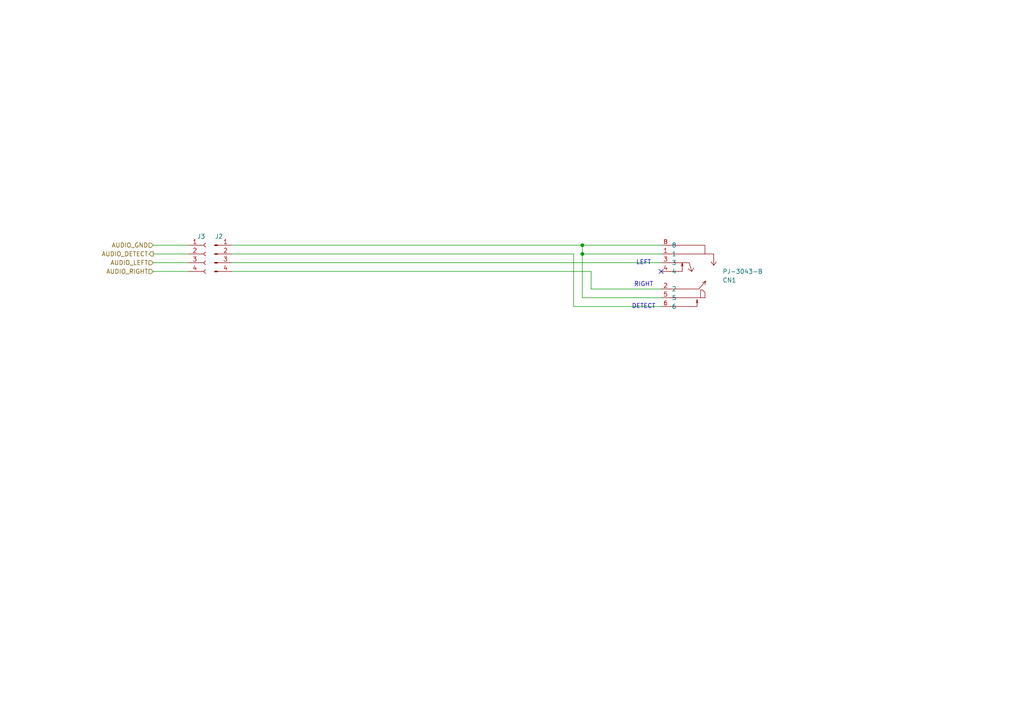
<source format=kicad_sch>
(kicad_sch (version 20231120) (generator "eeschema") (generator_version "8.0")
  (paper "A4")
  (lib_symbols
    (symbol "Connector:Conn_01x04_Pin" (pin_names (offset 1.016) hide)
      (property "Reference" "J" (at 0 5.08 0))
      (property "Value" "Conn_01x04_Pin" (at 0 -7.62 0))
      (symbol "Conn_01x04_Pin_1_1"
        (polyline (pts (xy 1.27 -5.08) (xy 0.8636 -5.08)) (stroke (width 0.1524)))
        (polyline (pts (xy 1.27 -2.54) (xy 0.8636 -2.54)) (stroke (width 0.1524)))
        (polyline (pts (xy 1.27 0) (xy 0.8636 0)) (stroke (width 0.1524)))
        (polyline (pts (xy 1.27 2.54) (xy 0.8636 2.54)) (stroke (width 0.1524)))
        (rectangle (start 0.8636 -4.953) (end 0 -5.207) (stroke (width 0.1524)) (fill (type outline)))
        (rectangle (start 0.8636 -2.413) (end 0 -2.667) (stroke (width 0.1524)) (fill (type outline)))
        (rectangle (start 0.8636 0.127) (end 0 -0.127) (stroke (width 0.1524)) (fill (type outline)))
        (rectangle (start 0.8636 2.667) (end 0 2.413) (stroke (width 0.1524)) (fill (type outline)))
        (pin passive line (at 5.08 2.54 180) (length 3.81) (name "Pin_1") (number "1"))
        (pin passive line (at 5.08 0 180) (length 3.81) (name "Pin_2") (number "2"))
        (pin passive line (at 5.08 -2.54 180) (length 3.81) (name "Pin_3") (number "3"))
        (pin passive line (at 5.08 -5.08 180) (length 3.81) (name "Pin_4") (number "4"))
      )
    )
    (symbol "Connector:Conn_01x04_Socket" (pin_names (offset 1.016) hide)
      (property "Reference" "J" (at 0 5.08 0))
      (property "Value" "Conn_01x04_Socket" (at 0 -7.62 0))
      (symbol "Conn_01x04_Socket_1_1"
        (arc (start 0 -4.572) (mid -0.5058 -5.08) (end 0 -5.588) (stroke (width 0.1524)))
        (arc (start 0 -2.032) (mid -0.5058 -2.54) (end 0 -3.048) (stroke (width 0.1524)))
        (polyline (pts (xy -1.27 -5.08) (xy -0.508 -5.08)) (stroke (width 0.1524)))
        (polyline (pts (xy -1.27 -2.54) (xy -0.508 -2.54)) (stroke (width 0.1524)))
        (polyline (pts (xy -1.27 0) (xy -0.508 0)) (stroke (width 0.1524)))
        (polyline (pts (xy -1.27 2.54) (xy -0.508 2.54)) (stroke (width 0.1524)))
        (arc (start 0 0.508) (mid -0.5058 0) (end 0 -0.508) (stroke (width 0.1524)))
        (arc (start 0 3.048) (mid -0.5058 2.54) (end 0 2.032) (stroke (width 0.1524)))
        (pin passive line (at -5.08 2.54 0) (length 3.81) (name "Pin_1") (number "1"))
        (pin passive line (at -5.08 0 0) (length 3.81) (name "Pin_2") (number "2"))
        (pin passive line (at -5.08 -2.54 0) (length 3.81) (name "Pin_3") (number "3"))
        (pin passive line (at -5.08 -5.08 0) (length 3.81) (name "Pin_4") (number "4"))
      )
    )
    (symbol "easyeda2kicad:PJ-3043-B"
      (property "Reference" "CN" (at 0 15.24 0))
      (property "Value" "PJ-3043-B" (at 0 -12.7 0))
      (symbol "PJ-3043-B_0_1"
        (polyline (pts (xy -7.62 4.32) (xy -8.38 5.33)))
        (polyline (pts (xy -7.62 4.32) (xy -6.86 5.33)))
        (polyline (pts (xy -5.33 -0.25) (xy -4.32 -0.76)))
        (polyline (pts (xy -2.79 -5.59) (xy -2.54 -6.6)))
        (polyline (pts (xy -1.27 2.54) (xy -1.78 3.56)))
        (polyline (pts (xy 1.52 5.08) (xy 1.27 4.06)))
        (polyline (pts (xy 5.08 -5.08) (xy -4.32 -5.08) (xy -5.08 -5.08)))
        (polyline (pts (xy 5.08 7.62) (xy -7.62 7.62) (xy -7.62 4.32)))
        (polyline (pts (xy 5.08 10.16) (xy -5.08 10.16) (xy -5.08 7.62)))
        (polyline (pts (xy 5.08 -7.62) (xy -2.79 -7.62) (xy -2.79 -5.59) (xy -3.05 -6.6)))
        (polyline (pts (xy 5.08 -2.54) (xy -3.3 -2.54) (xy -5.33 -0.25) (xy -5.08 -1.27)))
        (polyline (pts (xy 5.08 2.54) (xy 1.52 2.54) (xy 1.52 5.08) (xy 1.78 4.06)))
        (polyline (pts (xy 5.08 5.08) (xy -0.51 5.08) (xy -1.27 2.54) (xy -0.25 3.3)))
        (polyline (pts (xy -5.08 -5.08) (xy -5.08 -3.56) (xy -4.32 -2.79) (xy -3.81 -2.79) (xy -3.81 -5.08)))
        (pin unspecified line (at 7.62 7.62 180) (length 2.54) (name "1") (number "1"))
        (pin unspecified line (at 7.62 -2.54 180) (length 2.54) (name "2") (number "2"))
        (pin unspecified line (at 7.62 5.08 180) (length 2.54) (name "3") (number "3"))
        (pin unspecified line (at 7.62 2.54 180) (length 2.54) (name "4") (number "4"))
        (pin unspecified line (at 7.62 -5.08 180) (length 2.54) (name "5") (number "5"))
        (pin unspecified line (at 7.62 -7.62 180) (length 2.54) (name "6") (number "6"))
        (pin unspecified line (at 7.62 10.16 180) (length 2.54) (name "8") (number "8"))
      )
    )
  )
  (junction (at 168.91 73.66))
  (junction (at 168.91 71.12))
  (no_connect (at 191.77 78.74))
  (wire (pts (xy 168.91 73.66) (xy 191.77 73.66)))
  (wire (pts (xy 44.45 73.66) (xy 54.61 73.66)))
  (wire (pts (xy 44.45 78.74) (xy 54.61 78.74)))
  (wire (pts (xy 191.77 71.12) (xy 168.91 71.12)))
  (wire (pts (xy 171.45 83.82) (xy 171.45 78.74)))
  (wire (pts (xy 166.37 88.9) (xy 191.77 88.9)))
  (wire (pts (xy 44.45 76.2) (xy 54.61 76.2)))
  (wire (pts (xy 44.45 71.12) (xy 54.61 71.12)))
  (wire (pts (xy 168.91 71.12) (xy 168.91 73.66)))
  (wire (pts (xy 67.31 71.12) (xy 168.91 71.12)))
  (wire (pts (xy 191.77 83.82) (xy 171.45 83.82)))
  (wire (pts (xy 168.91 73.66) (xy 168.91 86.36)))
  (wire (pts (xy 168.91 86.36) (xy 191.77 86.36)))
  (wire (pts (xy 67.31 78.74) (xy 171.45 78.74)))
  (wire (pts (xy 166.37 73.66) (xy 166.37 88.9)))
  (wire (pts (xy 67.31 73.66) (xy 166.37 73.66)))
  (wire (pts (xy 67.31 76.2) (xy 191.77 76.2)))
  (text "DETECT" (at 186.69 88.9 0) (effects (font (size 1.27 1.27))))
  (text "RIGHT" (at 186.69 82.55 0) (effects (font (size 1.27 1.27))))
  (text "LEFT\n" (at 186.69 76.2 0) (effects (font (size 1.27 1.27))))
  (hierarchical_label "AUDIO_GND" (shape input) (at 44.45 71.12 180))
  (hierarchical_label "AUDIO_LEFT" (shape input) (at 44.45 76.2 180))
  (hierarchical_label "AUDIO_DETECT" (shape output) (at 44.45 73.66 180))
  (hierarchical_label "AUDIO_RIGHT" (shape input) (at 44.45 78.74 180))
  (symbol (lib_id "Connector:Conn_01x04_Socket") (at 59.69 73.66 0) (unit 1)
    (property "Reference" "J3" (at 57.15 68.58 0) (effects (justify left)))
    (property "Value" "Conn_01x04_Socket" (effects (hide yes)))
    (property "Footprint" "Connector_PinHeader_2.00mm:PinHeader_1x04_P2.00mm_Vertical" (effects (hide yes)))
    (property "Description" "Generic connector, single row, 01x04, script generated" (effects (hide yes)))
  )
  (symbol (lib_id "Connector:Conn_01x04_Pin") (at 62.23 73.66 0) (unit 1)
    (property "Reference" "J2" (at 63.5 68.58 0))
    (property "Value" "Conn_01x04_Pin" (effects (hide yes)))
    (property "Footprint" "Connector_PinHeader_2.00mm:PinHeader_1x04_P2.00mm_Vertical" (effects (hide yes)))
    (property "Description" "Generic connector, single row, 01x04, script generated" (effects (hide yes)))
  )
  (symbol (lib_id "easyeda2kicad:PJ-3043-B") (at 199.39 81.28 0) (mirror y) (unit 1)
    (property "Reference" "CN1" (at 209.55 81.2801 0) (effects (justify right)))
    (property "Value" "PJ-3043-B" (at 209.55 78.7401 0) (effects (justify right)))
    (property "Footprint" "easyeda2kicad:AUDIO-TH_PJ-3043-B" (effects (hide yes)))
    (property "Datasheet" "https://lcsc.com/product-detail/Audio-Video-Connectors_XKB-Connectivity-PJ-3043-B_C2682182.html" (effects (hide yes)))
    (property "LCSC Part" "C2682182" (effects (hide yes)))
  )
)
</source>
